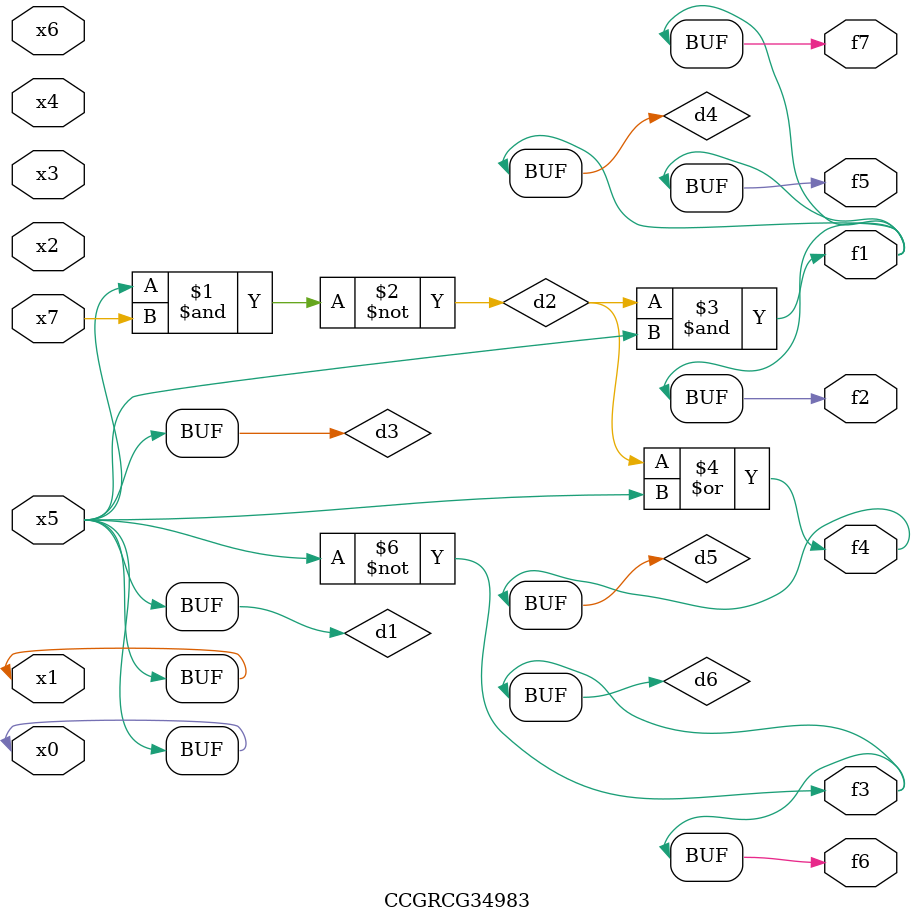
<source format=v>
module CCGRCG34983(
	input x0, x1, x2, x3, x4, x5, x6, x7,
	output f1, f2, f3, f4, f5, f6, f7
);

	wire d1, d2, d3, d4, d5, d6;

	buf (d1, x0, x5);
	nand (d2, x5, x7);
	buf (d3, x0, x1);
	and (d4, d2, d3);
	or (d5, d2, d3);
	nor (d6, d1, d3);
	assign f1 = d4;
	assign f2 = d4;
	assign f3 = d6;
	assign f4 = d5;
	assign f5 = d4;
	assign f6 = d6;
	assign f7 = d4;
endmodule

</source>
